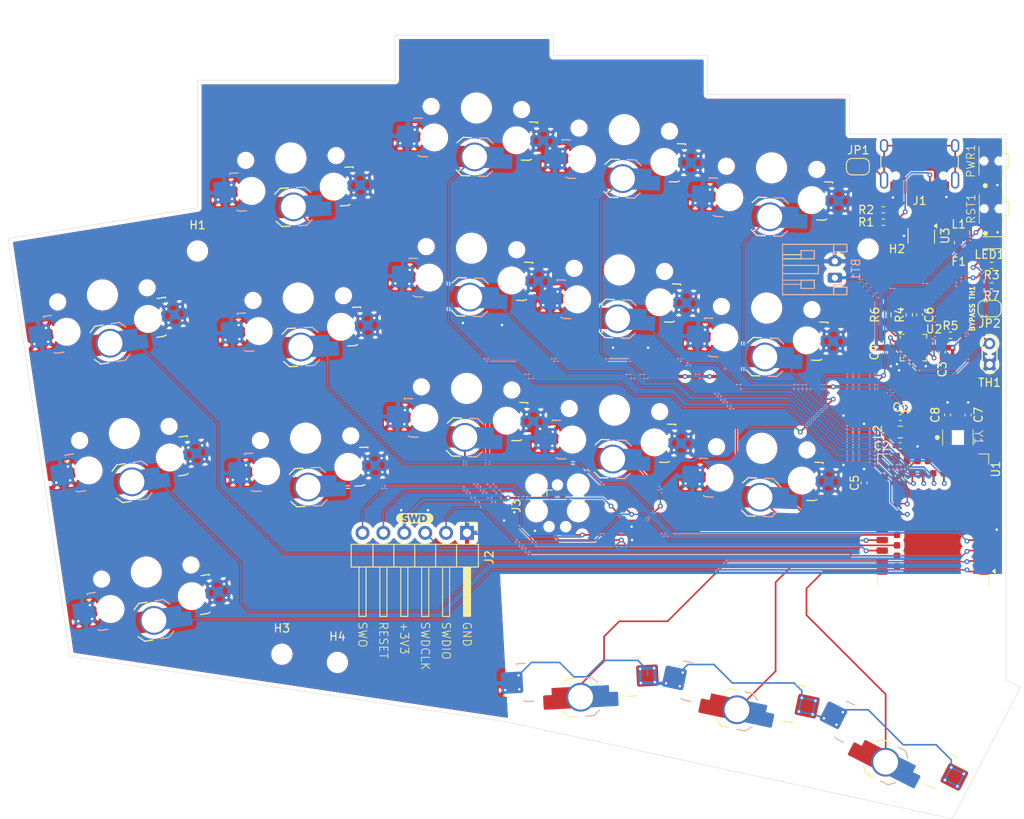
<source format=kicad_pcb>
(kicad_pcb (version 20241229) (generator "pcbnew") (generator_version "9.0")
  (layers (0 "F.Cu" signal) (2 "B.Cu" signal) (13 "F.Paste" user) (15 "B.Paste" user) (5 "F.SilkS" user "F.Silkscreen") (7 "B.SilkS" user "B.Silkscreen") (1 "F.Mask" user) (3 "B.Mask" user) (25 "Edge.Cuts" user))
  (net 0 "")
  (net 1 "+BATT")
  (net 2 "GND")
  (net 3 "+3V3")
  (net 4 "+VSW")
  (net 5 "+5V")
  (net 6 "Net-(J1-CC1)")
  (net 7 "USB-Din+")
  (net 8 "Net-(J1-SHIELD)")
  (net 9 "Net-(J1-CC2)")
  (net 10 "USB-Din-")
  (net 11 "SWDCLK")
  (net 12 "RESET")
  (net 13 "SWDIO")
  (net 14 "SWO")
  (net 15 "TEMP")
  (net 16 "POWER")
  (net 17 "/TMR")
  (net 18 "/ILIM")
  (net 19 "/ISET")
  (net 20 "Switch1")
  (net 21 "Switch2")
  (net 22 "Switch3")
  (net 23 "Switch4")
  (net 24 "Switch5")
  (net 25 "Switch6")
  (net 26 "Switch7")
  (net 27 "Switch8")
  (net 28 "Switch9")
  (net 29 "Switch10")
  (net 30 "Switch11")
  (net 31 "Switch12")
  (net 32 "Switch13")
  (net 33 "Switch14")
  (net 34 "Switch15")
  (net 35 "Switch16")
  (net 36 "Switch17")
  (net 37 "Switch18")
  (net 41 "USB-D-")
  (net 45 "USB-D+")
  (net 48 "/LFXO_CLK")
  (net 49 "/LFXO_RET")
  (net 50 "/Bypass")
  (net 51 "/DCCH")
  (net 52 "/VBUS_FLT")
  (net 53 "/VBUS")
  (net 56 "/LED_CHG")
  (net 57 "/CHG")
  (footprint "Inductor_SMD:L_0805_2012Metric_Pad1.15x1.40mm_HandSolder" (layer "F.Cu") (at 124.9 73.5 180)
    (property "Reference" "L2")
    (property "Value" "10u")
  )
  (footprint "PCM_marbastlib-various:nRF52840_E73-2G4M08S1C" (layer "F.Cu") (at 128.9 85.415 180)
    (property "Reference" "U1")
    (property "Value" "E73-2G4M08S1C" (hide yes))
  )
  (footprint "Connector:Tag-Connect_TC2030-IDC-FP_2x03_P1.27mm_Vertical" (layer "F.Cu") (at 83.234 82.46 -90)
    (property "Reference" "J3")
    (property "Value" "TC2030")
  )
  (footprint "kibuzzard-686125E5" (layer "F.Cu") (at 65.9 83.985)
    (property "Reference" "kibuzzard-686125E5" (hide yes))
    (property "Value" "G***" (hide yes))
  )
  (footprint "Resistor_SMD:R_0402_1005Metric_Pad0.72x0.64mm_HandSolder" (layer "F.Cu") (at 122.8475 48 180)
    (property "Reference" "R1")
    (property "Value" "5k1")
  )
  (footprint "Woagboard_Footprints:Choc-V1-HS-Reversible" (layer "F.Cu") (at 52.634611 74.247122 3)
    (property "Reference" "SW12" (hide yes))
    (property "Value" "SW_Push_45deg" (hide yes))
  )
  (footprint "Package_DFN_QFN:VQFN-16-1EP_3x3mm_P0.5mm_EP1.6x1.6mm" (layer "F.Cu") (at 126.5025 63.24)
    (property "Reference" "U2")
    (property "Value" "BQ24075RGT")
  )
  (footprint "MountingHole:MountingHole_2.2mm_M2" (layer "F.Cu") (at 121 51.25)
    (property "Reference" "H2")
    (property "Value" "MountingHole")
  )
  (footprint "Capacitor_SMD:C_0402_1005Metric_Pad0.74x0.62mm_HandSolder" (layer "F.Cu") (at 127.25 59.25 -90)
    (property "Reference" "C6")
    (property "Value" "1u")
  )
  (footprint "Woagboard_Footprints:Choc-V1-HS-Reversible" (layer "F.Cu") (at 90.763937 53.795085 -2)
    (property "Reference" "SW9" (hide yes))
    (property "Value" "SW_Push_45deg" (hide yes))
  )
  (footprint "TestPoint:TestPoint_2Pads_Pitch2.54mm_Drill0.8mm" (layer "F.Cu") (at 135.75 62.75 -90)
    (property "Reference" "TH1")
    (property "Value" "10k Thermistor")
  )
  (footprint "Capacitor_SMD:C_0402_1005Metric_Pad0.74x0.62mm_HandSolder" (layer "F.Cu") (at 120.5 79.6825 90)
    (property "Reference" "C5")
    (property "Value" "4u7")
  )
  (footprint "Capacitor_SMD:C_0402_1005Metric_Pad0.74x0.62mm_HandSolder" (layer "F.Cu") (at 123 63.8175 -90)
    (property "Reference" "C4")
    (property "Value" "4u7")
  )
  (footprint "Package_TO_SOT_SMD:SOT-23-6_Handsoldering" (layer "F.Cu") (at 127.45 49.65 -90)
    (property "Reference" "U3")
    (property "Value" "USBLC6-2")
  )
  (footprint "Woagboard_Footprints:Choc-V1-HS-Reversible" (layer "F.Cu") (at 27.947031 56.833599 9)
    (property "Reference" "SW1" (hide yes))
    (property "Value" "SW_Push_45deg" (hide yes))
  )
  (footprint "Resistor_SMD:R_0402_1005Metric_Pad0.72x0.64mm_HandSolder" (layer "F.Cu") (at 126 59.25 90)
    (property "Reference" "R4")
    (property "Value" "47k")
  )
  (footprint "Fuse:Fuse_0603_1608Metric" (layer "F.Cu") (at 132 50.5 -90)
    (property "Reference" "F1")
    (property "Value" "750 mA")
  )
  (footprint "Woagboard_Footprints:EVQ-P7C01P" (layer "F.Cu") (at 136 46.362994 90)
    (property "Reference" "RST1")
    (property "Value" "EVQ-P7C01P")
  )
  (footprint "Woagboard_Footprints:Choc-V1-HS-Reversible" (layer "F.Cu") (at 85.746741 99.783265 3)
    (property "Reference" "SW16" (hide yes))
    (property "Value" "SW_Push_45deg" (hide yes))
  )
  (footprint "Capacitor_SMD:C_0402_1005Metric_Pad0.74x0.62mm_HandSolder" (layer "F.Cu") (at 130.65 71.415 -90)
    (property "Reference" "C8")
    (property "Value" "18p")
  )
  (footprint "LED_SMD:LED_0603_1608Metric_Pad1.05x0.95mm_HandSolder" (layer "F.Cu") (at 135.75 50.5 180)
    (property "Reference" "LED1")
    (property "Value" "green")
  )
  (footprint "Woagboard_Footprints:Choc-V1-HS-Reversible" (layer "F.Cu") (at 73.389873 34.120766 -2)
    (property "Reference" "SW3" (hide yes))
    (property "Value" "SW_Push_45deg" (hide yes))
  )
  (footprint "Jumper:SolderJumper-2_P1.3mm_Open_RoundedPad1.0x1.5mm" (layer "F.Cu") (at 135.75 58.5 180)
    (property "Reference" "JP2")
    (property "Value" "TS-Bypass")
  )
  (footprint "Resistor_SMD:R_0402_1005Metric_Pad0.72x0.64mm_HandSolder" (layer "F.Cu") (at 136 55.75 180)
    (property "Reference" "R7")
    (property "Value" "10k")
  )
  (footprint "Woagboard_Footprints:Choc-V1-HS-Reversible" (layer "F.Cu") (at 50.850242 40.193856 3)
    (property "Reference" "SW2" (hide yes))
    (property "Value" "SW_Push_45deg" (hide yes))
  )
  (footprint "Woagboard_Footprints:Choc-V1-HS-Reversible" (layer "F.Cu") (at 51.742418 57.220498 3)
    (property "Reference" "SW7" (hide yes))
    (property "Value" "SW_Push_45deg" (hide yes))
  )
  (footprint "Woagboard_Footprints:Choc-V1-HS-Reversible" (layer "F.Cu") (at 33.280571 90.51376 9)
    (property "Reference" "SW11" (hide yes))
    (property "Value" "SW_Push_45deg" (hide yes))
  )
  (footprint "Woagboard_Footprints:Q13FC13500004" (layer "F.Cu") (at 131.9 74.165)
    (property "Reference" "Y1")
    (property "Value" "32.768kHz")
  )
  (footprint "Inductor_SMD:L_0402_1005Metric" (layer "F.Cu") (at 132 46.485 -90)
    (property "Reference" "L1")
    (property "Value" "BLM15PX121SN1D")
  )
  (footprint "Woagboard_Footprints:Choc-V1-HS-Reversible" (layer "F.Cu") (at 109.257894 41.394824 -2)
    (property "Reference" "SW5" (hide yes))
    (property "Value" "SW_Push_45deg" (hide yes))
  )
  (footprint "Woagboard_Footprints:Choc-V1-HS-Reversible" (layer "F.Cu") (at 106.297622 101.426067 -12)
    (property "Reference" "SW17" (hide yes))
    (property "Value" "SW_Push_45deg" (hide yes))
  )
  (footprint "Capacitor_SMD:C_0402_1005Metric_Pad0.74x0.62mm_HandSolder" (layer "F.Cu") (at 130 63.8175 90)
    (property "Reference" "C3")
    (property "Value" "4u7")
  )
  (footprint "MountingHole:MountingHole_2.2mm_M2" (layer "F.Cu") (at 56.5 101.5)
    (property "Reference" "H4")
    (property "Value" "MountingHole")
  )
  (footprint "Woagboard_Footprints:Choc-V1-HS-Reversible" (layer "F.Cu") (at 72.199999 68.199999 -2)
    (property "Reference" "SW13" (hide yes))
    (property "Value" "SW_Push_45deg" (hide yes))
  )
  (footprint "MountingHole:MountingHole_2.2mm_M2" (layer "F.Cu") (at 39.5 51.5)
    (property "Reference" "H1")
    (property "Value" "MountingHole")
  )
  (footprint "MountingHole:MountingHole_2.2mm_M2" (layer "F.Cu") (at 49.75 100.5)
    (property "Reference" "H3")
    (property "Value" "MountingHole")
  )
  (footprint "Resistor_SMD:R_0402_1005Metric_Pad0.72x0.64mm_HandSolder" (layer "F.Cu") (at 131 61.75)
    (property "Reference" "R5")
    (property "Value" "1k5")
  )
  (footprint "Connector_PinHeader_2.54mm:PinHeader_1x06_P2.54mm_Horizontal" (layer "F.Cu") (at 72.25 85.75 -90)
    (property "Reference" "J2")
    (property "Value" "SWD")
  )
  (footprint "Resistor_SMD:R_0402_1005Metric_Pad0.72x0.64mm_HandSolder" (layer "F.Cu") (at 122.8475 46.5)
    (property "Reference" "R2")
    (property "Value" "5k1")
  )
  (footprint "Capacitor_SMD:C_0402_1005Metric_Pad0.74x0.62mm_HandSolder" (layer "F.Cu") (at 124.9 75.165)
    (property "Reference" "C2")
    (property "Value" "4u7")
  )
  (footprint "Woagboard_Footprints:Choc-V1-HS-Reversible" (layer "F.Cu") (at 91.358883 36.755468 -2)
    (property "Reference" "SW4" (hide yes))
    (property "Value" "SW_Push_45deg" (hide yes))
  )
  (footprint "Capacitor_SMD:C_0402_1005Metric_Pad0.74x0.62mm_HandSolder" (layer "F.Cu") (at 124.9 71.75 180)
    (property "Reference" "C1")
    (property "Value" "1u")
  )
  (footprint "Jumper:SolderJumper-2_P1.3mm_Bridged_RoundedPad1.0x1.5mm" (layer "F.Cu") (at 119.75 41.25)
    (property "Reference" "JP1")
    (property "Value" "Shield")
  )
  (footprint "Woagboard_Footprints:Choc-V1-HS-Reversible" (layer "F.Cu") (at 90.169009 70.834701 -2)
    (property "Reference" "SW14" (hide yes))
    (property "Value" "SW_Push_45deg" (hide yes))
  )
  (footprint "Woagboard_Footprints:Choc-V1-HS-Reversible" (layer "F.Cu") (at 72.794927 51.160382 -2)
    (property "Reference" "SW8" (hide yes))
    (property "Value" "SW_Push_45deg" (hide yes))
  )
  (footprint "Woagboard_Footprints:EVQ-P7C01P" (layer "F.Cu") (at 135.975 40.562994 90)
    (property "Reference" "PWR1")
    (property "Value" "EVQ-P7C01P")
  )
  (footprint "PCM_marbastlib-various:USB_C_Receptacle_HRO_TYPE-C-31-M-12" (layer "F.Cu") (at 127.25 39.75 180)
    (property "Reference" "J1")
    (property "Value" "TYPE-C-31-M-12")
  )
  (footprint "Resistor_SMD:R_0603_1608Metric_Pad0.98x0.95mm_HandSolder" (layer "F.Cu") (at 123.25 59.25 90)
    (property "Reference" "R6")
    (property "Value" "3k9")
  )
  (footprint "Woagboard_Footprints:Choc-V1-HS-Reversible" (layer "F.Cu") (at 30.61381 73.67368 9)
    (property "Reference" "SW6" (hide yes))
    (property "Value" "SW_Push_45deg" (hide yes))
  )
  (footprint "Woagboard_Footprints:Choc-V1-HS-Reversible" (layer "F.Cu") (at 108.662966 58.434441 -2)
    (property "Reference" "SW10" (hide yes))
    (property "Value" "SW_Push_45deg" (hide yes))
  )
  (footprint "Woagboard_Footprints:Choc-V1-HS-Reversible" (layer "F.Cu") (at 125.823914 108.321718 -27)
    (property "Reference" "SW18" (hide yes))
    (property "Value" "SW_Push_45deg" (hide yes))
  )
  (footprint "Woagboard_Footprints:Choc-V1-HS-Reversible" (layer "F.Cu") (at 108.06802 75.474057 -2)
    (property "Reference" "SW15" (hide yes))
    (property "Value" "SW_Push_45deg" (hide yes))
  )
  (footprint "Capacitor_SMD:C_0402_1005Metric_Pad0.74x0.62mm_HandSolder" (layer "F.Cu") (at 133.15 71.415 90)
    (property "Reference" "C7")
    (property "Value" "18p")
  )
  (footprint "Resistor_SMD:R_0402_1005Metric_Pad0.72x0.64mm_HandSolder" (layer "F.Cu") (at 136 53.25 180)
    (property "Reference" "R3")
    (property "Value" "1k5")
  )
  (footprint "Connector_JST:JST_PH_S2B-PH-K_1x02_P2.00mm_Horizontal" (layer "B.Cu") (at 116.95 54.75 90)
    (property "Reference" "BT1")
    (property "Value" "Battery_Cell")
  )
  (gr_curve (pts (xy 115.65 108.3) (xy 115 107.95) (xy 114.2 107.8) (xy 114.2 107.8)) (stroke (width 0.2)) (layer "F.Cu") (net 2))
  (gr_poly (pts (xy 127.65 63) (xy 127.65 63.5) (xy 131.5 63.5) (xy 131.5 63)) (stroke (width 0.2)) (fill yes) (layer "F.Cu") (net 4))
  (gr_line (start 117.15 109.05) (end 115.65 108.3) (stroke (width 0.2)) (layer "F.Cu") (net 2))
  (gr_rect (start 120.25 80) (end 123.25 80.5) (stroke (width 0.2)) (fill yes) (layer "F.Cu") (net 5))
  (gr_poly (pts (xy 121.55 63) (xy 121.55 63.5) (xy 125.4 63.5) (xy 125.4 63)) (stroke (width 0.2)) (fill yes) (layer "F.Cu") (net 1))
  (gr_line (start 96.45 104.05) (end 98.1 104.4) (stroke (width 0.2)) (layer "F.Cu") (net 2))
  (gr_line (start 98.1 104.4) (end 98.45 102.7) (stroke (width 0.2)) (layer "F.Cu") (net 2))
  (gr_line (start 117.9 107.55) (end 117.15 109.05) (stroke (width 0.2)) (layer "F.Cu") (net 2))
  (gr_line (start 130.3 115.75) (end 131.1 114.25) (stroke (width 0.2)) (layer "B.Cu") (net 2))
  (gr_line (start 132.65 115.05) (end 131.85 116.55) (stroke (width 0.2)) (layer "B.Cu") (net 2))
  (gr_curve (pts (xy 115.65 108.3) (xy 115 108) (xy 114.3 107.8) (xy 114.25 107.8)) (stroke (width 0.2)) (layer "B.Cu") (net 2))
  (gr_line (start 114.25 107.8) (end 112.55 107.45) (stroke (width 0.2)) (layer "B.Cu") (net 2))
  (gr_line (start 131.1 114.25) (end 132.65 115.05) (stroke (width 0.2)) (layer "B.Cu") (net 2))
  (gr_line (start 114.6 106.15) (end 114.25 107.8) (stroke (width 0.2)) (layer "B.Cu") (net 2))
  (gr_line (start 112.9 105.8) (end 114.6 106.15) (stroke (width 0.2)) (layer "B.Cu") (net 2))
  (gr_line (start 131.85 116.55) (end 130.3 115.75) (stroke (width 0.2)) (layer "B.Cu") (net 2))
  (gr_line (start 112.55 107.45) (end 112.9 105.8) (stroke (width 0.2)) (layer "B.Cu") (net 2))
  (gr_line (start 101.5 28.25) (end 101.5 27.75) (stroke (width 0.05)) (layer "Edge.Cuts"))
  (gr_line (start 82.75 25.25) (end 63.5 25.25) (stroke (width 0.05)) (layer "Edge.Cuts"))
  (gr_line (start 131.25 120.5) (end 139.5 104.5) (stroke (width 0.05)) (layer "Edge.Cuts"))
  (gr_line (start 118.75 37.3) (end 118.75 32.5) (stroke (width 0.05)) (layer "Edge.Cuts"))
  (gr_line (start 82.75 27.75) (end 82.75 25.25) (stroke (width 0.05)) (layer "Edge.Cuts"))
  (gr_line (start 39.5 46.25) (end 16.5 50) (stroke (width 0.05)) (layer "Edge.Cuts"))
  (gr_line (start 16.5 50) (end 24 100.75) (stroke (width 0.05)) (layer "Edge.Cuts"))
  (gr_line (start 39.5 30.75) (end 39.5 46.25) (stroke (width 0.05)) (layer "Edge.Cuts"))
  (gr_line (start 118.75 32.5) (end 101.5 32.5) (stroke (width 0.05)) (layer "Edge.Cuts"))
  (gr_line (start 63.5 25.25) (end 63.5 30.75) (stroke (width 0.05)) (layer "Edge.Cuts"))
  (gr_line (start 137.75 103.6) (end 139.5 104.5) (stroke (width 0.05)) (layer "Edge.Cuts"))
  (gr_line (start 77.25 108.75) (end 131.25 120.5) (stroke (width 0.05)) (layer "Edge.Cuts"))
  (gr_line (start 101.5 27.75) (end 82.75 27.75) (stroke (width 0.05)) (layer "Edge.Cuts"))
  (gr_line (start 101.5 32.5) (end 101.5 28.25) (stroke (width 0.05)) (layer "Edge.Cuts"))
  (gr_line (start 137.75 103.6) (end 137.75 37.3) (stroke (width 0.05)) (layer "Edge.Cuts"))
  (gr_line (start 63.5 30.75) (end 39.5 30.75) (stroke (width 0.05)) (layer "Edge.Cuts"))
  (gr_line (start 137.75 37.3) (end 118.75 37.3) (stroke (width 0.05)) (layer "Edge.Cuts"))
  (gr_line (start 24 100.75) (end 77.25 108.75) (stroke (width 0.05)) (layer "Edge.Cuts"))
  (gr_text "BYPASS TH1" (at 134 58.5 90) (layer "F.SilkS") (effects (font (size 0.6 0.6) (thickness 0.15) (bold yes)) (justify bottom)))
  (gr_text "+3V3" (at 64.63 96.485 270) (layer "F.SilkS") (effects (font (size 1 1) (thickness 0.1)) (justify left)))
  (gr_text "GND" (at 72.25 96.485 270) (layer "F.SilkS") (effects (font (size 1 1) (thickness 0.1)) (justify left)))
  (gr_text "SWDCLK" (at 67.17 96.485 270) (layer "F.SilkS") (effects (font (size 1 1) (thickness 0.1)) (justify left)))
  (gr_text "RESET" (at 62.09 96.485 270) (layer "F.SilkS") (effects (font (size 1 1) (thickness 0.1)) (justify left)))
  (gr_text "SWDIO" (at 69.71 96.485 270) (layer "F.SilkS") (effects (font (size 1 1) (thickness 0.1)) (justify left)))
  (gr_text "SWO" (at 59.55 96.485 270) (layer "F.SilkS") (effects (font (size 1 1) (thickness 0.1)) (justify left)))
  (via (at 122 63.25) (size 0.7) (drill 0.3) (layers "F.Cu" "B.Cu") (net 1))
  (segment (start 119.75 54.75) (end 116.95 54.75) (width 0.4) (layer "B.Cu") (net 1))
  (segment (start 122 57) (end 119.75 54.75) (width 0.4) (layer "B.Cu") (net 1))
  (segment (start 122 63.25) (end 122 57) (width 0.4) (layer "B.Cu") (net 1))
  (segment (start 127.2525 63.99) (end 127.2525 64.6775) (width 0.2) (layer "F.Cu") (net 2))
  (segment (start 124.3325 70.75) (end 124.3325 71.75) (width 0.8) (layer "F.Cu") (net 2))
  (segment (start 126.5025 63.24) (end 126.2525 62.99) (width 0.2) (layer "F.Cu") (net 2))
  (segment (start 124 64.75) (end 124.5 65.25) (width 0.2) (layer "F.Cu") (net 2))
  (segment (start 125.41005 66) (end 125.7525 65.65755) (width 0.2) (layer "F.Cu") (net 2))
  (segment (start 120.5 79.115) (end 120.5 78) (width 0.6) (layer "F.Cu") (net 2))
  (segment (start 124.75 66) (end 125.41005 66) (width 0.2) (layer "F.Cu") (net 2))
  (segment (start 127.25 58.6825) (end 128.1825 58.6825) (width 0.6) (layer "F.Cu") (net 2))
  (segment (start 128 65.5) (end 129.5 65.5) (width 0.2) (layer "F.Cu") (net 2))
  (segment (start 136.7 44.537994) (end 136.725 44.562994) (width 0.2) (layer "F.Cu") (net 2))
  (segment (start 124.395 63.99) (end 124 64.385) (width 0.2) (layer "F.Cu") (net 2))
  (segment (start 126.915 75.165) (end 127 75.25) (width 0.2) (layer "F.Cu") (net 2))
  (segment (start 135 54.75) (end 134.25 55.5) (width 0.2) (layer "F.Cu") (net 2))
  (segment (start 126.99 76.715) (end 126.99 76.755824) (width 0.2) (layer "F.Cu") (net 2))
  (segment (start 136.7 38.762994) (end 136 39.462994) (width 0.2) (layer "F.Cu") (net 2))
  (segment (start 126.025 58.65) (end 126.0025 58.65) (width 0.6) (layer "F.Cu") (net 2))
  (segment (start 113.58278 106.451052) (end 113.58278 106.808352) (width 0.2) (layer "F.Cu") (net 2))
  (segment (start 78.597628 104.764247) (end 76.988929 104.764247) (width 0.4) (layer "F.Cu") (net 2))
  (segment (start 136 41.662994) (end 136.7 42.362994) (width 0.2) (layer "F.Cu") (net 2))
  (segment (start 130.65 70.8475) (end 130.65 69.9) (width 0.6) (layer "F.Cu") (net 2))
  (segment (start 125.230824 78.515) (end 125.09 78.515) (width 0.2) (layer "F.Cu") (net 2))
  (segment (start 123 64.75) (end 123 64.385) (width 0.2) (layer "F.Cu") (net 2))
  (segment (start 123 64.385) (end 124 64.385) (width 0.2) (layer "F.Cu") (net 2))
  (segment (start 127.2525 64.7525) (end 128 65.5) (width 0.2) (layer "F.Cu") (net 2))
  (segment (start 130 65) (end 129.75 65.25) (width 0.2) (layer "F.Cu") (net 2))
  (segment (start 126.2525 61.8025) (end 126.2525 61.2525) (width 0.2) (layer "F.Cu") (net 2))
  (segment (start 136.7 42.362994) (end 136.7 43.5) (width 0.6) (layer "F.Cu") (net 2))
  (segment (start 136.7 43.5) (end 136.7 44.537994) (width 0.6) (layer "F.Cu") (net 2))
  (segment (start 125.065 63.99) (end 124.395 63.99) (width 0.2) (layer "F.Cu") (net 2))
  (segment (start 127.45 49.451348) (end 127.45 48.3) (width 0.2) (layer "F.Cu") (net 2))
  (segment (start 126.5025 63.24) (end 127.2525 63.99) (width 0.2) (layer "F.Cu") (net 2))
  (segment (start 125.7525 63.99) (end 125.065 63.99) (width 0.2) (layer "F.Cu") (net 2))
  (segment (start 126.2525 62.99) (end 126.2525 61.8025) (width 0.2) (layer "F.Cu") (net 2))
  (segment (start 78.508657 103.066577) (end 78.508657 104.675276) (width 0.4) (layer "F.Cu") (net 2))
  (segment (start 136 47.437994) (end 136.725 48.162994) (width 0.2) (layer "F.Cu") (net 2))
  (segment (start 125.35 49.65) (end 127.251348 49.65) (width 0.2) (layer "F.Cu") (net 2))
  (segment (start 124 64.385) (end 124 64.75) (width 0.2) (layer "F.Cu") (net 2))
  (segment (start 113.766916 106.266916) (end 113.58278 106.451052) (width 0.2) (layer "F.Cu") (net 2))
  (segment (start 126.99 76.755824) (end 125.230824 78.515) (width 0.2) (layer "F.Cu") (net 2))
  (segment (start 129.75 65.25) (end 129.5 65.5) (width 0.2) (layer "F.Cu") (net 2))
  (segment (start 135.1 85.365) (end 136.615 85.365) (width 0.8) (layer "F.Cu") (net 2))
  (segment (start 126.99 75.26) (end 127 75.25) (width 0.2) (layer "F.Cu") (net 2))
  (segment (start 125.7525 65.65755) (end 125.7525 64.6775) (width 0.2) (layer "F.Cu") (net 2))
  (segment (start 136 39.462994) (end 136 41.662994) (width 0.2) (layer "F.Cu") (net 2))
  (segment (start 124 43.795) (end 124 45) (width 0.6) (layer "F.Cu") (net 2))
  (segment (start 82.599 83.73) (end 82.27 83.73) (width 0.2) (layer "F.Cu") (net 2))
  (segment (start 124.75 58.95) (end 125.05 58.65) (width 0.2) (layer "F.Cu") (net 2))
  (segment (start 127.251348 49.65) (end 127.45 49.451348) (width 0.2) (layer "F.Cu") (net 2))
  (segment (start 126 58.65) (end 125.0675 58.65) (width 0.6) (layer "F.Cu") (net 2))
  (segment (start 126.99 76.715) (end 126.99 75.26) (width 0.8) (layer "F.Cu") (net 2))
  (segment (start 127.2525 64.6775) (end 127.2525 64.7525) (width 0.2) (layer "F.Cu") (net 2))
  (segment (start 134.25 55.5) (end 134.25 55.75) (width 0.2) (layer "F.Cu") (net 2))
  (segment (start 136 45.287994) (end 136 47.437994) (width 0.2) (layer "F.Cu") (net 2))
  (segment (start 136.725 44.562994) (end 136 45.287994) (width 0.2) (layer "F.Cu") (net 2))
  (segment (start 136.725 49.225) (end 136.725 48.162994) (width 0.6) (layer "F.Cu") (net 2))
  (segment (start 82.27 83.73) (end 81.5 84.5) (width 0.2) (layer "F.Cu") (net 2))
  (segment (start 76.988929 104.764247) (end 76.899958 104.853218) (width 0.4) (layer "F.Cu") (net 2))
  (segment (start 130.5 43.795) (end 130.5 44.939338) (width 0.6) (layer "F.Cu") (net 2))
  (segment (start 125.4675 75.165) (end 126.915 75.165) (width 0.6) (layer "F.Cu") (net 2))
  (segment (start 123.75 65.5) (end 123 64.75) (width 0.2) (layer "F.Cu") (net 2))
  (segment (start 133.15 70.8475) (end 133.15 69.9) (width 0.6) (layer "F.Cu") (net 2))
  (segment (start 126.2525 61.2525) (end 124.75 59.75) (width 0.2) (layer "F.Cu") (net 2))
  (segment (start 126.0025 58.65) (end 126 58.6525) (width 0.6) (layer "F.Cu") (net 2))
  (segment (start 124.75 59.75) (end 124.75 58.95) (width 0.2) (layer "F.Cu") (net 2))
  (segment (start 126.5025 63.24) (end 125.7525 63.99) (width 0.2) (layer "F.Cu") (net 2))
  (segment (start 125.7525 63.99) (end 125.7525 64.6775) (width 0.2) (layer "F.Cu") (net 2))
  (segment (start 78.508657 104.675276) (end 78.597628 104.764247) (width 0.4) (layer "F.Cu") (net 2))
  (segment (start 130 64.385) (end 130 65) (width 0.2) (layer "F.Cu") (net 2))
  (via (at 125.05 58.65) (size 0.6) (drill 0.3) (layers "F.Cu" "B.Cu") (net 2))
  (via (at 92.25 85) (size 0.6) (drill 0.3) (layers "F.Cu" "B.Cu") (net 2))
  (via (at 129.5 65.5) (size 0.6) (drill 0.3) (layers "F.Cu" "B.Cu") (net 2))
  (via (at 92.3 86.625) (size 0.6) (drill 0.3) (layers "F.Cu" "B.Cu") (net 2))
  (via (at 128.1825 58.6825) (size 0.6) (drill 0.3) (layers "F.Cu" "B.Cu") (net 2))
  (via (at 118 77.5) (size 0.6) (drill 0.3) (layers "F.Cu" "B.Cu") (net 2))
  (via (at 78 83.25) (size 0.6) (drill 0.3) (layers "F.Cu" "B.Cu") (net 2))
  (via (at 124.75 66) (size 0.6) (drill 0.3) (layers "F.Cu" "B.Cu") (net 2))
  (via (at 67.5 83) (size 0.6) (drill 0.3) (layers "F.Cu" "B.Cu") (net 2))
  (via (at 130.65 69.9) (size 0.6) (drill 0.3) (layers "F.Cu" "B.Cu") (net 2))
  (via (at 76.5 60.5) (size 0.6) (drill 0.3) (layers "F.Cu" "B.Cu") (net 2))
  (via (at 124 45) (size 0.6) (drill 0.3) (layers "F.Cu" "B.Cu") (net 2))
  (via (at 120.5 72.5) (size 0.6) (drill 0.3) (layers "F.Cu" "B.Cu") (net 2))
  (via (at 136.615 85.365) (size 0.6) (drill 0.3) (layers "F.Cu" "B.Cu") (net 2))
  (via (at 124.3325 70.75) (size 0.6) (drill 0.3) (layers "F.Cu" "B.Cu") (net 2))
  (via (at 123.75 65.5) (size 0.6) (drill 0.3) (layers "F.Cu" "B.Cu") (net 2))
  (via (at 118 71.5) (size 0.6) (drill 0.3) (layers "F.Cu" "B.Cu") (net 2))
  (via (at 80.5 85.5) (size 0.6) (drill 0.3) (layers "F.Cu" "B.Cu") (net 2))
  (via (at 136.7 43.5) (size 0.6) (drill 0.3) (layers "F.Cu" "B.Cu") (net 2))
  (via (at 120.5 78) (size 0.6) (drill 0.3) (layers "F.Cu" "B.Cu") (net 2))
  (via (at 125.35 49.65) (size 0.6) (drill 0.3) (layers "F.Cu" "B.Cu") (net 2))
  (via (at 136.725 49.225) (size 0.6) (drill 0.3) (layers "F.Cu" "B.Cu") (net 2))
  (via (at 71.75 60.25) (size 0.6) (drill 0.3) (layers "F.Cu" "B.Cu") (net 2))
  (via (at 124.5 65.25) (size 0.6) (drill 0.3) (layers "F.Cu" "B.Cu") (net 2))
  (via (at 64.25 83) (size 0.6) (drill 0.3) (layers "F.Cu" "B.Cu") (net 2))
  (via (at 128 65.5) (size 0.6) (drill 0.3) (layers "F.Cu" "B.Cu") (net 2))
  (via (at 127 75.25) (size 0.6) (drill 0.3) (layers "F.Cu" "B.Cu") (net 2))
  (via (at 120.5 78) (size 0.6) (drill 0.3) (layers "F.Cu" "B.Cu") (net 2))
  (via (at 94.25 63.25) (size 0.6) (drill 0.3) (layers "F.Cu" "B.Cu") (net 2))
  (via (at 90 63.25) (size 0.6) (drill 0.3) (layers "F.Cu" "B.Cu") (net 2))
  (via (at 130.5 44.939338) (size 0.6) (drill 0.3) (layers "F.Cu" "B.Cu") (net 2))
  (via (at 76.75 84.25) (size 0.6) (drill 0.3) (layers "F.Cu" "B.Cu") (net 2))
  (via (at 133.15 69.9) (size 0.6) (drill 0.3) (layers "F.Cu" "B.Cu") (net 2))
  (segment (start 93 101.25) (end 88.788818 101.25) (width 0.2) (layer "B.Cu") (net 2))
  (segment (start 94.986044 103.989675) (end 95.075015 103.900704) (width 0.4) (layer "B.Cu") (net 2))
  (segment (start 93.377345 103.989675) (end 94.986044 103.989675) (width 0.4) (layer "B.Cu") (net 2))
  (segment (start 112.93297 104.93297) (end 112 104) (width 0.2) (layer "B.Cu") (net 2))
  (segment (start 96.440085 104.03355) (end 95.207861 104.03355) (width 0.4) (layer "B.Cu") (net 2))
  (segment (start 88.788818 101.25) (end 86.788818 103.25) (width 0.2) (layer "B.Cu") (net 2))
  (segment (start 117.444942 107.25) (end 116.775101 107.919841) (width 0.2) (layer "B.Cu") (net 2))
  (segment (start 112 104) (end 104.5 104) (width 0.2) (layer "B.Cu") (net 2))
  (segment (start 129.25 111.5) (end 125.25 111.5) (width 0.2) (layer "B.Cu") (net 2))
  (segment (start 131.10079 113.35079) (end 129.25 111.5) (width 0.2) (layer "B.Cu") (net 2))
  (segment (start 95.207861 104.03355) (end 95.075015 103.900704) (width 0.4) (layer "B.Cu") (net 2))
  (segment (start 86.788818 103.25) (end 85.25 103.25) (width 0.2) (layer "B.Cu") (net 2))
  (segment (start 95.075015 102.292004) (end 94.986044 102.203033) (width 0.4) (layer "B.Cu") (net 2))
  (segment (start 112.93297 105.801242) (end 112.93297 104.93297) (width 0.2) (layer "B.Cu") (net 2))
  (segment (start 85.25 103.25) (end 83.5 101.5) (width 0.2) (layer "B.Cu") (net 2))
  (segment (start 93.288374 102.292005) (end 93.288374 103.900704) (width 0.4) (layer "B.Cu") (net 2))
  (segment (start 121 107.25) (end 117.444942 107.25) (width 0.2) (layer "B.Cu") (net 2))
  (segment (start 104.5 104) (end 102.25 101.75) (width 0.2) (layer "B.Cu") (net 2))
  (segment (start 93.288374 103.900704) (end 93.377345 103.989675) (width 0.4) (layer "B.Cu") (net 2))
  (segment (start 125.25 111.5) (end 121 107.25) (width 0.2) (layer "B.Cu") (net 2))
  (segment (start 80.075234 101.5) (end 78.508657 103.066577) (width 0.2) (layer "B.Cu") (net 2))
  (segment (start 83.5 101.5) (end 80.075234 101.5) (width 0.2) (layer "B.Cu") (net 2))
  (segment (start 94.986044 102.203033) (end 93.377346 102.203033) (width 0.4) (layer "B.Cu") (net 2))
  (segment (start 93.377346 102.203033) (end 93.288374 102.292005) (width 0.4) (layer "B.Cu") (net 2))
  (segment (start 95.075015 103.900704) (end 95.075015 102.292004) (width 0.4) (layer "B.Cu") (net 2))
  (segment (start 131.10079 114.265167) (end 131.10079 113.35079) (width 0.2) (layer "B.Cu") (net 2))
  (segment (start 99.083015 101.75) (end 97.453126 103.379889) (width 0.2) (layer "B.Cu") (net 2))
  (segment (start 94.176701 102.426701) (end 93 101.25) (width 0.2) (layer "B.Cu") (net 2))
  (segment (start 94.176701 103.096616) (end 94.176701 102.426701) (width 0.2) (layer "B.Cu") (net 2))
  (segment (start 102.25 101.75) (end 99.083015 101.75) (width 0.2) (layer "B.Cu") (net 2))
  (segment (start 76.75 81.5) (end 77.25 81.5) (width 0.4) (layer "F.Cu") (net 3))
  (segment (start 128.26 76.715) (end 128.26 74.51) (width 0.8) (layer "F.Cu") (net 3))
  (segment (start 77.25 81.5) (end 82.289 81.5) (width 0.25) (layer "F.Cu") (net 3))
  (segment (start 101.75 66.75) (end 102.75 66.75) (width 0.4) (layer "F.Cu") (net 3))
  (segment (start 82.599 81.19) (end 82.289 81.5) (width 0.4) (layer "F.Cu") (net 3))
  (segment (start 104 68) (end 116.75 68) (width 0.4) (layer "F.Cu") (net 3))
  (segment (start 75.75 66.75) (end 74.75 67.75) (width 0.4) (layer "F.Cu") (net 3))
  (segment (start 102.75 66.75) (end 104 68) (width 0.4) (layer "F.Cu") (net 3))
  (segment (start 125.925 72.2075) (end 125.4675 71.75) (width 0.8) (layer "F.Cu") (net 3))
  (segment (start 74.75 67.75) (end 74.75 79.5) (width 0.4) (layer "F.Cu") (net 3))
  (segment (start 98.75 66.75) (end 75.75 66.75) (width 0.4) (layer "F.Cu") (net 3))
  (segment (start 125.5 70.5) (end 125.5 71.7175) (width 0.4) (layer "F.Cu") (net 3))
  (segment (start 125.925 73.5) (end 127.25 73.5) (width 0.8) (layer "F.Cu") (net 3))
  (segment (start 125.925 73.5) (end 125.925 72.2075) (width 0.8) (layer "F.Cu") (net 3))
  (segment (start 125.5 71.7175) (end 125.4675 71.75) (width 0.4) (layer "F.Cu") (net 3))
  (segment (start 127.25 73.5) (end 128.26 74.51) (width 0.8) (layer "F.Cu") (net 3))
  (segment (start 74.75 79.5) (end 76.75 81.5) (width 0.4) (layer "F.Cu") (net 3))
  (via (at 101.75 66.75) (size 0.6) (drill 0.3) (layers "F.Cu" "B.Cu") (net 3))
  (via (at 116.75 68) (size 0.6) (drill 0.3) (layers "F.Cu" "B.Cu") (net 3))
  (via (at 77.25 81.5) (size 0.6) (drill 0.3) (layers "F.Cu" "B.Cu") (net 3))
  (via (at 98.75 66.75) (size 0.6) (drill 0.3) (layers "F.Cu" "B.Cu") (net 3))
  (via (at 125.5 70.5) (size 0.6) (drill 0.3) (layers "F.Cu" "B.Cu") (net 3))
  (segment (start 77.25 81.5) (end 77 81.75) (width 0.4) (layer "B.Cu") (net 3))
  (segment (start 123 68) (end 125.5 70.5) (width 0.4) (layer "B.Cu") (net 3))
  (segment (start 77 81.75) (end 66.88 81.75) (width 0.4) (layer "B.Cu") (net 3))
  (segment (start 64.63 84) (end 64.63 85.75) (width 0.4) (layer "B.Cu") (net 3))
  (segment (start 116.75 68) (end 123 68) (width 0.4) (layer "B.Cu") (net 3))
  (segment (start 66.88 81.75) (end 64.63 84) (width 0.4) (layer "B.Cu") (net 3))
  (segment (start 101.75 66.75) (end 98.75 66.75) (width 0.4) (layer "B.Cu") (net 3))
  (segment (start 125.72 76.5525) (end 124.3325 75.165) (width 0.4) (layer "F.Cu") (net 4))
  (segment (start 125.72 77.415) (end 125.72 76.715) (width 0.4) (layer "F.Cu") (net 4))
  (segment (start 125.72 76.715) (end 125.72 76.5525) (width 0.4) (layer "F.Cu") (net 4))
  (segment (start 131.25 63.25) (end 131.25 65) (width 0.4) (layer "F.Cu") (net 4))
  (segment (start 123.25 77.75) (end 125.385 77.75) (width 0.4) (layer "F.Cu") (net 4))
  (segment (start 134.75 52.5) (end 134.75 50.625) (width 0.2) (layer "F.Cu") (net 4))
  (segment (start 122.5 77) (end 123.25 77.75) (width 0.4) (layer "F.Cu") (net 4))
  (segment (start 130 66.25) (end 126.15 66.25) (width 0.4) (layer "F.Cu") (net 4))
  (segment (start 126.15 66.25) (end 122.5 69.9) (width 0.4) (layer "F.Cu") (net 4))
  (segment (start 131.25 63.25) (end 130 63.25) (width 0.2) (layer "F.Cu") (net 4))
  (segment (start 122.5 69.9) (end 122.5 77) (width 0.4) (layer "F.Cu") (net 4))
  (segment (start 131.25 65) (end 130 66.25) (width 0.4) (layer "F.Cu") (net 4))
  (segment (start 126.2525 65.692781) (end 126.809719 66.25) (width 0.2) (layer "F.Cu") (net 4))
  (segment (start 126.2525 64.6775) (end 126.2525 65.692781) (width 0.2) (layer "F.Cu") (net 4))
  (segment (start 134.75 50.625) (end 134.875 50.5) (width 0.2) (layer "F.Cu") (net 4))
  (segment (start 133.75 53.5) (end 134.75 52.5) (width 0.2) (layer "F.Cu") (net 4))
  (segment (start 125.385 77.75) (end 125.72 77.415) (width 0.4) (layer "F.Cu") (net 4))
  (via (at 133.75 53.5) (size 0.6) (drill 0.3) (layers "F.Cu" "B.Cu") (net 4))
  (via (at 131.25 63.25) (size 0.6) (drill 0.3) (layers "F.Cu" "B.Cu") (net 4))
  (segment (start 135.25 54.5) (end 134.25 53.5) (width 0.2) (layer "B.Cu") (net 4))
  (segment (start 134.25 53.5) (end 133.75 53.5) (width 0.2) (layer "B.Cu") (net 4))
  (segment (start 131.25 63.25) (end 135.25 59.25) (width 0.2) (layer "B.Cu") (net 4))
  (segment (start 135.25 59.25) (end 135.25 54.5) (width 0.2) (layer "B.Cu") (net 4))
  (segment (start 132 57) (end 129.1825 59.8175) (width 0.5) (layer "F.Cu") (net 5))
  (segment (start 127.45 49.95) (end 127.8 49.6) (width 0.2) (layer "F.Cu") (net 5))
  (segment (start 129.1 49.6) (end 130.7875 51.2875) (width 0.4) (layer "F.Cu") (net 5))
  (segment (start 127.2525 61.8025) (end 127.2525 60.5) (width 0.2) (layer "F.Cu") (net 5))
  (segment (start 127.45 51) (end 127.45 49.95) (width 0.2) (layer "F.Cu") (net 5))
  (segment (start 120.75 62.75) (end 121.5 62) (width 0.5) (layer "F.Cu") (net 5))
  (segment (start 129.25 55.75) (end 132 53) (width 0.5) (layer "F.Cu") (net 5))
  (segment (start 129.1825 59.8175) (end 127.25 59.8175) (width 0.5) (layer "F.Cu") (net 5))
  (segment (start 121.5 80) (end 121.5 64.75) (width 0.5) (layer "F.Cu") (net 5))
  (segment (start 127.8 49.6) (end 129.1 49.6) (width 0.3) (layer "F.Cu") (net 5))
  (segment (start 123.25 55.75) (end 129.25 55.75) (width 0.5) (layer "F.Cu") (net 5))
  (segment (start 127.25 60.4975) (end 127.2525 60.5) (width 0.2) (layer "F.Cu") (net 5))
  (segment (start 127.25 59.8175) (end 127.25 60.4975) (width 0.4) (layer "F.Cu") (net 5))
  (segment (start 132 51.2875) (end 132 53) (width 0.5) (layer "F.Cu") (net 5))
  (segment (start 132 53) (end 132 54.75) (width 0.5) (layer "F.Cu") (net 5))
  (segment (start 130.7875 51.2875) (end 132 51.2875) (width 0.5) (layer "F.Cu") (net 5))
  (segment (start 121.5 64.75) (end 120.75 64) (width 0.5) (layer "F.Cu") (net 5))
  (segment (start 132 54.75) (end 132 57) (width 0.5) (layer "F.Cu") (net 5))
  (segment (start 120.75 64) (end 120.75 62.75) (width 0.5) (layer "F.Cu") (net 5))
  (segment (start 121.5 57.5) (end 123.25 55.75) (width 0.5) (layer "F.Cu") (net 5))
  (segment (start 121.5 62) (end 121.5 57.5) (width 0.5) (layer "F.Cu") (net 5))
  (segment (start 124.25 48) (end 123.445 48) (width 0.2) (layer "F.Cu") (net 6))
  (segment (start 128.5 43.25) (end 128.5 42.25) (width 0.2) (layer "F.Cu") (net 6))
  (segment (start 128.5 43.795) (end 128.5 43.25) (width 0.2) (layer "F.Cu") (net 6))
  (segment (start 125.5 46.75) (end 124.25 48) (width 0.2) (layer "F.Cu") (net 6))
  (via (at 128.5 42.25) (size 0.6) (drill 0.3) (layers "F.Cu" "B.Cu") (net 6))
  (via (at 125.5 46.75) (size 0.6) (drill 0.3) (layers "F.Cu" "B.Cu") (net 6))
  (segment (start 125.5 42.75) (end 125.5 46.5) (width 0.2) (layer "B.Cu") (net 6))
  (segment (start 128.25 42) (end 126.25 42) (width 0.2) (layer "B.Cu") (net 6))
  (segment (start 125.5 46.5) (end 125.5 46.75) (width 0.2) (layer "B.Cu") (net 6))
  (segment (start 128.5 42.25) (end 128.25 42) (width 0.2) (layer "B.Cu") (net 6))
  (segment (start 126.25 42) (end 125.5 42.75) (width 0.2) (layer "B.Cu") (net 6))
  (segment (start 127.5 42.87) (end 127.38 42.75) (width 0.2) (layer "F.Cu") (net 7))
  (segment (start 126.5 42.87) (end 126.5 43.795) (width 0.2) (layer "F.Cu") (net 7))
  (segment (start 127.38 42.75) (end 126.62 42.75) (width 0.2) (layer "F.Cu") (net 7))
  (segment (start 126.5 44.91) (end 127.09 45.5) (width 0.2) (layer "F.Cu") (net 7))
  (segment (start 126.5 47.129999) (end 127.09 46.539999) (width 0.6) (layer "F.Cu") (net 7))
  (segment (start 127.09 46.539999) (end 127.09 45.5) (width 0.6) (layer "F.Cu") (net 7))
  (segment (start 126.5 48.3) (end 126.5 47.129999) (width 0.6) (layer "F.Cu") (net 7))
  (segment (start 126.5 43.795) (end 126.5 44.91) (width 0.2) (layer "F.Cu") (net 7))
  (segment (start 126.62 42.75) (end 126.5 42.87) (width 0.2) (layer "F.Cu") (net 7))
  (segment (start 127.5 43.795) (end 127.5 42.87) (width 0.2) (layer "F.Cu") (net 7))
  (segment (start 131.57 38.7) (end 131.57 42.88) (width 0.2) (layer "F.Cu") (net 8))
  (segment (start 122.93 42.68) (end 121.5 41.25) (width 0.2) (layer "F.Cu") (net 8))
  (segment (start 122.93 42.88) (end 122.93 38.7) (width 0.2) (layer "F.Cu") (net 8))
  (segment (start 121.5 41.25) (end 120.4 41.25) (width 0.2) (layer "F.Cu") (net 8))
  (segment (start 122.93 42.88) (end 122.93 42.68) (width 0.2) (layer "F.Cu") (net 8))
  (segment (start 122.93 38.7) (end 131.57 38.7) (width 0.2) (layer "F.Cu") (net 8))
  (segment (start 124.5 46.5) (end 125.5 45.5) (width 0.2) (layer "F.Cu") (net 9))
  (segment (start 123.445 46.5) (end 124.5 46.5) (width 0.2) (layer "F.Cu") (net 9))
  (segment (start 125.5 45.5) (end 125.5 43.795) (width 0.2) (layer "F.Cu") (net 9))
  (segment (start 127.25 45) (end 127.62 45) (width 0.2) (layer "F.Cu") (net 10))
  (segment (start 127 44.75) (end 127.25 45) (width 0.2) (layer "F.Cu") (net 10))
  (segment (start 128 43.795) (end 128 45.31) (width 0.2) (layer "F.Cu") (net 10))
  (segment (start 127.62 45) (end 127.81 45.19) (width 0.2) (layer "F.Cu") (net 10))
  (segment (start 127 43.795) (end 127 44.75) (width 0.2) (layer "F.Cu") (net 10))
  (segment (start 127.81 46.539999) (end 127.81 45.5) (width 0.6) (layer "F.Cu") (net 10))
  (segment (start 128 45.31) (end 127.81 45.5) (width 0.2) (layer "F.Cu") (net 10))
  (segment (start 128.4 48.3) (end 128.4 47.129999) (width 0.6) (layer "F.Cu") (net 10))
  (segment (start 127.81 45.19) (end 127.81 45.5) (width 0.2) (layer "F.Cu") (net 10))
  (segment (start 128.4 47.129999) (end 127.81 46.539999) (width 0.6) (layer "F.Cu") (net 10))
  (segment (start 83.375 86.625) (end 83.0971 86.3471) (width 0.2) (layer "F.Cu") (net 11))
  (segment (start 83.0971 86.3471) (end 83.0971 84.073959) (width 0.2) (layer "F.Cu") (net 11))
  (segment (start 83.2727 83.0563) (end 83.869 82.46) (width 0.2) (layer "F.Cu") (net 11))
  (segment (start 83.0971 84.073959) (end 83.2727 83.898359) (width 0.2) (layer "F.Cu") (net 11))
  (segment (start 120.785 87.905) (end 120.75 87.94) (width 0.2) (layer "F.Cu") (net 11))
  (segment (start 83.2727 83.898359) (end 83.2727 83.0563) (width 0.2) (layer "F.Cu") (net 11))
  (segment (start 91 86.625) (end 83.375 86.625) (width 0.2) (layer "F.Cu") (net 11))
  (segment (start 122.7 87.905) (end 120.785 87.905) (width 0.2) (layer "F.Cu") (net 11))
  (via (at 91 86.625) (size 0.6) (drill 0.3) (layers "F.Cu" "B.Cu") (net 11))
  (via (at 120.75 87.94) (size 0.6) (drill 0.3) (layers "F.Cu" "B.Cu") (net 11))
  (segment (start 68.92 87.5) (end 67.17 85.75) (width 0.2) (layer "B.Cu") (net 11))
  (segment (start 90.125 87.5) (end 68.92 87.5) (width 0.2) (layer "B.Cu") (net 11))
  (segment (start 91.875 87.5) (end 120.31 87.5) (width 0.2) (layer "B.Cu") (net 11))
  (segment (start 91 86.625) (end 91.875 87.5) (width 0.2) (layer "B.Cu") (net 11))
  (segment (start 91 86.625) (end 90.125 87.5) (width 0.2) (layer "B.Cu") (net 11))
  (segment (start 120.31 87.5) (end 120.75 87.94) (width 0.2) (layer "B.Cu") (net 11))
  (segment (start 122.75 78.25) (end 122.75 78.965) (width 0.2) (layer "F.Cu") (net 12))
  (segment (start 91.5 84.25) (end 92.5 84.25) (width 0.2) (layer "F.Cu") (net 12))
  (segment (start 89.75 82.5) (end 91.5 84.25) (width 0.2) (layer "F.Cu") (net 12))
  (segment (start 89.75 82.5) (end 88.80255 81.55255) (width 0.2) (layer "F.Cu") (net 12))
  (segment (start 135.187006 48.162994) (end 134.1 49.25) (width 0.2) (layer "F.Cu") (net 12))
  (segment (start 135.275 48.162994) (end 135.187006 48.162994) (width 0.2) (layer "F.Cu") (net 12))
  (segment (start 134.25 47.137994) (end 135.275 48.162994) (width 0.2) (layer "F.Cu") (net 12))
  (segment (start 84.67485 81.55255) (end 84.3637 81.8637) (width 0.2) (layer "F.Cu") (net 12))
  (segment (start 122 77.5) (end 122.75 78.25) (width 0.2) (layer "F.Cu") (net 12))
  (segment (start 112.75 73.5) (end 116.75 69.5) (width 0.2) (layer "F.Cu") (net 12))
  (segment (start 134.25 45.587994) (end 134.25 47.137994) (width 0.2) (layer "F.Cu") (net 12))
  (segment (start 83.1953 81.8637) (end 82.599 82.46) (width 0.2) (layer "F.Cu") (net 12))
  (segment (start 122 69) (end 122 67.5) (width 0.2) (layer "F.Cu") (net 12))
  (segment (start 94 84.25) (end 95.75 82.5) (width 0.2) (layer "F.Cu") (net 12))
  (segment (start 122 69) (end 122 77.5) (width 0.2) (layer "F.Cu") (net 12))
  (segment (start 122.75 78.965) (end 122.7 79.015) (width 0.2) (layer "F.Cu") (net 12))
  (segment (start 92.5 84.25) (end 94 84.25) (width 0.2) (layer "F.Cu") (net 12))
  (segment (start 135.275 44.562994) (end 134.25 45.587994) (width 0.2) (layer "F.Cu") (net 12))
  (segment (start 84.3637 81.8637) (end 83.1953 81.8637) (width 0.2) (layer "F.Cu") (net 12))
  (segment (start 88.80255 81.55255) (end 84.67485 81.55255) (width 0.2) (layer "F.Cu") (net 12))
  (segment (start 122 67.5) (end 122.875 66.625) (width 0.2) (layer "F.Cu") (net 12))
  (via (at 112.75 73.5) (size 0.6) (drill 0.3) (layers "F.Cu" "B.Cu") (net 12))
  (via (at 116.75 69.5) (size 0.6) (drill 0.3) (layers "F.Cu" "B.Cu") (net 12))
  (via (at 122.875 66.625) (size 0.6) (drill 0.3) (layers "F.Cu" "B.Cu") (net 12))
  (via (at 134.1 49.25) (size 0.6) (drill 0.3) (layers "F.Cu" "B.Cu") (net 12))
  (via (at 89.75 82.5) (size 0.6) (drill 0.3) (layers "F.Cu" "B.Cu") (net 12))
  (via (at 95.75 82.5) (size 0.6) (drill 0.3) (layers "F.Cu" "B.Cu") (net 12))
  (segment (start 124.25 55.75) (end 127.6 55.75) (width 0.2) (layer "B.Cu") (net 12))
  (segment (start 88.80255 81.55255) (end 79.55255 81.55255) (width 0.2) (layer "B.Cu") (net 12))
  (segment (start 59.55 82.95) (end 62.5 80) (width 0.2) (layer "B.Cu") (net 12))
  (segment (start 102 73) (end 112.25 73) (width 0.2) (layer "B.Cu") (net 12))
  (segment (start 116.75 69.5) (end 116 69.5) (width 0.2) (layer "B.Cu") (net 12))
  (segment (start 89.75 82.5) (end 88.80255 81.55255) (width 0.2) (layer "B.Cu") (net 12))
  (segment (start 115.5 67) (end 115.875 66.625) (width 0.2) (layer "B.Cu") (net 12))
  (segment (start 123 57) (end 124.25 55.75) (width 0.2) (layer "B.Cu") (net 12))
  (segment (start 122.875 66.625) (end 123 66.5) (width 0.2) (layer "B.Cu") (net 12))
  (segment (start 115.875 66.625) (end 122.875 66.625) (width 0.2) (layer "B.Cu") (net 12))
  (segment (start 95.75 82.5) (end 95.75 78.75) (width 0.2) (layer "B.Cu") (net 12))
  (segment (start 78 80) (end 62.5 80) (width 0.2) (layer "B.Cu") (net 12))
  (segment (start 123 66.5) (end 123 57) (width 0.2) (layer "B.Cu") (net 12))
  (segment (start 116 69.5) (end 115.5 69) (width 0.2) (layer "B.Cu") (net 12))
  (segment (start 99.875 77) (end 100.5 76.375) (width 0.2) (layer "B.Cu") (net 12))
  (segment (start 59.55 85.75) (end 59.55 82.95) (width 0.2) (layer "B.Cu") (net 12))
  (segment (start 127.6 55.75) (end 134.1 49.25) (width 0.2) (layer "B.Cu") (net 12))
  (segment (start 79.55255 81.55255) (end 78 80) (width 0.2) (layer "B.Cu") (net 12))
  (segment (start 112.25 73) (end 112.75 73.5) (width 0.2) (layer "B.Cu") (net 12))
  (segment (start 97.5 77) (end 99.875 77) (width 0.2) (layer "B.Cu") (net 12))
  (segment (start 115.5 69) (end 115.5 67) (width 0.2) (layer "B.Cu") (net 12))
  (segment (start 100.5 74.5) (end 102 73) (width 0.2) (layer "B.Cu") (net 12))
  (segment (start 100.5 76.375) (end 100.5 74.5) (width 0.2) (layer "B.Cu") (net 12))
  (segment (start 95.75 78.75) (end 97.5 77) (width 0.2) (layer "B.Cu") (net 12))
  (segment (start 120.785 86.635) (end 120.75 86.67) (width 0.2) (layer "F.Cu") (net 13))
  (segment (start 84.62245 78.37755) (end 84.23155 78.76845) (width 0.2) (layer "F.Cu") (net 13))
  (segment (start 87.12755 78.37755) (end 84.62245 78.37755) (width 0.2) (layer "F.Cu") (net 13))
  (segment (start 92.25 83.5) (end 87.12755 78.37755) (width 0.2) (layer "F.Cu") (net 13))
  (segment (start 84.23155 78.76845) (end 84.23155 80.82745) (width 0.2) (layer "F.Cu") (net 13))
  (segment (start 122.7 86.635) (end 120.785 86.635) (width 0.2) (layer "F.Cu") (net 13))
  (segment (start 84.23155 80.82745) (end 83.869 81.19) (width 0.2) (layer "F.Cu") (net 13))
  (via (at 120.75 86.67) (size 0.6) (drill 0.3) (layers "F.Cu" "B.Cu") (net 13))
  (via (at 92.25 83.5) (size 0.6) (drill 0.3) (layers "F.Cu" "B.Cu") (net 13))
  (segment (start 74 82.75) (end 70.75 82.75) (width 0.2) (layer "B.Cu") (net 13))
  (segment (start 93.75 83.5) (end 96.92 86.67) (width 0.2) (layer "B.Cu") (net 13))
  (segment (start 70.75 82.75) (end 69.71 83.79) (width 0.2) (layer "B.Cu") (net 13))
  (segment (start 92.25 83.5) (end 93.75 83.5) (width 0.2) (layer "B.Cu") (net 13))
  (segment (start 92.25 83.5) (end 91 83.5) (width 0.2) (layer "B.Cu") (net 13))
  (segment (start 87.75 86.75) (end 78 86.75) (width 0.2) (layer "B.Cu") (net 13))
  (segment (start 69.71 83.79) (end 69.71 85.75) (width 0.2) (layer "B.Cu") (net 13))
  (segment (start 78 86.75) (end 74 82.75) (width 0.2) (layer "B.Cu") (net 13))
  (segment (start 91 83.5) (end 87.75 86.75) (width 0.2) (layer "B.Cu") (net 13))
  (segment (start 96.92 86.67) (end 120.75 86.67) (width 0.2) (layer "B.Cu") (net 13))
  (segment (start 83.75 86) (end 86.25 86) (width 0.2) (layer "F.Cu") (net 14))
  (segment (start 83.869 83.73) (end 83.3997 84.1993) (width 0.2) (layer "F.Cu") (net 14))
  (segment (start 83.3997 85.6497) (end 83.75 86) (width 0.2) (layer "F.Cu") (net 14))
  (segment (start 83.3997 84.1993) (end 83.3997 85.6497) (width 0.2) (layer "F.Cu") (net 14))
  (segment (start 124.5 86) (end 88.5 86) (width 0.2) (layer "F.Cu") (net 14))
  (segment (start 86.25 86) (end 88.5 86) (width 0.2) (layer "F.Cu") (net 14))
  (via (at 86.25 86) (size 0.6) (drill 0.3) (layers "F.Cu" "B.Cu") (net 14))
  (segment (start 62.09 83.16) (end 64.5 80.75) (width 0.2) (layer "B.Cu") (net 14))
  (segment (start 79.75 86.25) (end 86 86.25) (width 0.2) (layer "B.Cu") (net 14))
  (segment (start 78.75 81.75) (end 78.75 85.25) (width 0.2) (layer "B.Cu") (net 14))
  (segment (start 64.5 80.75) (end 77.75 80.75) (width 0.2) (layer "B.Cu") (net 14))
  (segment (start 77.75 80.75) (end 78.75 81.75) (width 0.2) (layer "B.Cu") (net 14))
  (segment (start 62.09 85.75) (end 62.09 83.16) (width 0.2) (layer "B.Cu") (net 14))
  (segment (start 86 86.25) (end 86.25 86) (width 0.2) (layer "B.Cu") (net 14))
  (segment (start 78.75 85.25) (end 79.75 86.25) (width 0.2) (layer "B.Cu") (net 14))
  (segment (start 135.1 58.5) (end 135.1 62.1) (width 0.2) (layer "F.Cu") (net 15))
  (segment (start 135.855 62.645) (end 135.75 62.75) (width 0.2) (layer "F.Cu") (net 15))
  (segment (start 124.14147 62.49) (end 125.065 62.49) (width 0.2) (layer "F.Cu") (net 15))
  (segment (start 123.696723 62.045253) (end 124.14147 62.49) (width 0.2) (layer "F.Cu") (net 15))
  (segment (start 135.1 62.1) (end 135.75 62.75) (width 0.2) (layer "F.Cu") (net 15))
  (via (at 123.696723 62.045253) (size 0.6) (drill 0.3) (layers "F.Cu" "B.Cu") (net 15))
  (segment (start 123.696723 62.045253) (end 123.696723 62.696723) (width 0.2) (layer "B.Cu") (net 15))
  (segment (start 131.75 66.25) (end 135.25 62.75) (width 0.2) (layer "B.Cu") (net 15))
  (segment (start 127.25 66.25) (end 131.75 66.25) (width 0.2) (layer "B.Cu") (net 15))
  (segment (start 135.25 62.75) (end 135.75 62.75) (width 0.2) (layer "B.Cu") (net 15))
  (segment (start 123.696723 62.696723) (end 127.25 66.25) (width 0.2) (layer "B.Cu") (net 15))
  (segment (start 134 41.112994) (end 135.25 42.362994) (width 0.2) (layer "F.Cu") (net 16))
  (segment (start 135.25 42.362994) (end 133.5 44.112994) (width 0.2) (layer "F.Cu") (net 16))
  (segment (start 134 40.012994) (end 134 41.112994) (width 0.2) (layer "F.Cu") (net 16))
  (segment (start 133.5 52.25) (end 133 52.75) (width 0.2) (layer "F.Cu") (net 16))
  (segment (start 133.5 44.112994) (end 133.5 52.25) (width 0.2) (layer "F.Cu") (net 16))
  (segment (start 133 65) (end 129.53 68.47) (width 0.2) (layer "F.Cu") (net 16))
  (segment (start 129.53 68.47) (end 129.53 76.715) (width 0.2) (layer "F.Cu") (net 16))
  (segment (start 135.25 38.762994) (end 134 40.012994) (width 0.2) (layer "F.Cu") (net 16))
  (segment (start 133 52.75) (end 133 65) (width 0.2) (layer "F.Cu") (net 16))
  (segment (start 126.7525 61.0025) (end 126 60.25) (width 0.2) (layer "F.Cu") (net 17))
  (segment (start 126.7525 61.8025) (end 126.7525 61.0025) (width 0.2) (layer "F.Cu") (net 17))
  (segment (start 126 60.25) (end 126 59.8475) (width 0.2) (layer "F.Cu") (net 17))
  (segment (start 127.94 62.49) (end 128.76 62.49) (width 0.2) (layer "F.Cu") (net 18))
  (segment (start 128.76 62.49) (end 129.5 61.75) (width 0.2) (layer "F.Cu") (net 18))
  (segment (start 129.5 61.75) (end 130.4025 61.75) (width 0.2) (layer "F.Cu") (net 18))
  (segment (start 124.3025 61.8025) (end 123.25 60.75) (width 0.2) (layer "F.Cu") (net 19))
  (segment (start 123.25 60.75) (end 123.25 60.1625) (width 0.2) (layer "F.Cu") (net 19))
  (segment (start 125.7525 61.8025) (end 124.3025 61.8025) (width 0.2) (layer "F.Cu") (net 19))
  (segment (start 133.095 87.905) (end 133 88) (width 0.2) (layer "F.Cu") (net 20))
  (segment (start 135.1 87.905) (end 133.095 87.905) (width 0.2) (layer "F.Cu") (net 20))
  (via (at 133 88) (size 0.6) (drill 0.3) (layers "F.Cu" "B.Cu") (net 20))
  (segment (start 32.149349 62.622482) (end 42 72.473133) (width 0.2) (layer "B.Cu") (net 20))
  (segment (start 118.75 88.25) (end 119.041 88.541) (width 0.2) (layer "B.Cu") (net 20))
  (segment (start 50 88.25) (end 118.75 88.25) (width 0.2) (layer "B.Cu") (net 20))
  (segment (start 132.459 88.541) (end 133 88) (width 0.2) (layer "B.Cu") (net 20))
  (segment (start 42 80.25) (end 50 88.25) (width 0.2) (layer "B.Cu") (net 20))
  (segment (start 42 72.473133) (end 42 80.25) (width 0.2) (layer "B.Cu") (net 20))
  (segment (start 119.041 88.541) (end 132.459 88.541) (width 0.2) (layer "B.Cu") (net 20))
  (segment (start 111.468877 81.781123) (end 111.468877 81.468877) (width 0.2) (layer "F.Cu") (net 21))
  (segment (start 106.25 78.25) (end 105 77) (width 0.2) (layer "F.Cu") (net 21))
  (segment (start 113.782754 84.095) (end 111.468877 81.781123) (width 0.2) (layer "F.Cu") (net 21))
  (segment (start 105 77) (end 105 71.25) (width 0.2) (layer "F.Cu") (net 21))
  (segment (start 122.7 84.095) (end 113.782754 84.095) (width 0.2) (layer "F.Cu") (net 21))
  (segment (start 111.468877 81.468877) (end 108.25 78.25) (width 0.2) (layer "F.Cu") (net 21))
  (segment (start 69.775939 64.75) (end 51.161641 46.135702) (width 0.2) (layer "F.Cu") (net 21))
  (segment (start 98.5 64.75) (end 69.775939 64.75) (width 0.2) (layer "F.Cu") (net 21))
  (segment (start 105 71.25) (end 98.5 64.75) (width 0.2) (layer "F.Cu") (net 21))
  (segment (start 108.25 78.25) (end 106.25 78.25) (width 0.2) (layer "F.Cu") (net 21))
  (segment (start 124.54 83.5) (end 124.5 83.46) (width 0.2) (layer "F.Cu") (net 22))
  (segment (start 125.75 83.5) (end 124.54 83.5) (width 0.2) (layer "F.Cu") (net 22))
  (via (at 125.75 83.5) (size 0.6) (drill 0.3) (layers "F.Cu" "B.Cu") (net 22))
  (segment (start 97 69) (end 92.5 69) (width 0.2) (layer "B.Cu") (net 22))
  (segment (start 70 60) (end 70 43.249362) (width 0.2) (layer "B.Cu") (net 22))
  (segment (start 91 67.5) (end 80.5 67.5) (width 0.2) (layer "B.Cu") (net 22))
  (segment (start 121 76.75) (end 117.25 76.75) (width 0.2) (layer "B.Cu") (net 22))
  (segment (start 117.25 76.75) (end 111 70.5) (width 0.2) (layer "B.Cu") (net 22))
  (segment (start 75 65) (end 70 60) (width 0.2) (layer "B.Cu") (net 22))
  (segment (start 111 70.5) (end 98.5 70.5) (width 0.2) (layer "B.Cu") (net 22))
  (segment (start 98.5 70.5) (end 97 69) (width 0.2) (layer "B.Cu") (net 22))
  (segment (start 123.75 82) (end 123.75 79.5) (width 0.2) (layer "B.Cu") (net 22))
  (segment (start 125.75 83.5) (end 125.25 83.5) (width 0.2) (layer "B.Cu") (net 22))
  (segment (start 92.5 69) (end 91 67.5) (width 0.2) (layer "B.Cu") (net 22))
  (segment (start 125.25 83.5) (end 123.75 82) (width 0.2) (layer "B.Cu") (net 22))
  (segment (start 70 43.249362) (end 73.182221 40.067141) (width 0.2) (layer "B.Cu") (net 22))
  (segment (start 123.75 79.5) (end 121 76.75) (width 0.2) (layer "B.Cu") (net 22))
  (segment (start 80.5 67.5) (end 78 65) (width 0.2) (layer "B.Cu") (net 22))
  (segment (start 78 65) (end 75 65) (width 0.2) (layer "B.Cu") (net 22))
  (segment (start 126.36 79.61) (end 126.5 79.75) (width 0.2) (layer "F.Cu") (net 23))
  (segment (start 126.36 78.515) (end 126.36 79.61) (width 0.2) (layer "F.Cu") (net 23))
  (via (at 126.5 79.75) (size 0.6) (drill 0.3) (layers "F.Cu" "B.Cu") (net 23))
  (segment (start 94.25 67.25) (end 98 67.25) (width 0.2) (layer "B.Cu") (net 23))
  (segment (start 91.75 64.75) (end 94.25 67.25) (width 0.2) (layer "B.Cu") (net 23))
  (segment (start 89.5 64.75) (end 91.75 64.75) (width 0.2) (layer "B.Cu") (net 23))
  (segment (start 126 79.75) (end 126.5 79.75) (width 0.2) (layer "B.Cu") (net 23))
  (segment (start 98 67.25) (end 99.75 69) (width 0.2) (layer "B.Cu") (net 23))
  (segment (start 88.505285 45.347789) (end 88.505285 63.755285) (width 0.2) (layer "B.Cu") (net 23))
  (segment (start 88.505285 63.755285) (end 89.5 64.75) (width 0.2) (layer "B.Cu") (net 23))
  (segment (start 99.75 69) (end 111.5 69) (width 0.2) (layer "B.Cu") (net 23))
  (segment (start 111.5 69) (end 117.75 75.25) (width 0.2) (layer "B.Cu") (net 23))
  (segment (start 117.75 75.25) (end 121.5 75.25) (width 0.2) (layer "B.Cu") (net 23))
  (segment (start 91.151231 42.701843) (end 88.505285 45.347789) (width 0.2) (layer "B.Cu") (net 23))
  (segment (start 121.5 75.25) (end 126 79.75) (width 0.2) (layer "B.Cu") (net 23))
  (segment (start 128.9 79.65) (end 129 79.75) (width 0.2) (layer "F.Cu") (net 24))
  (segment (start 128.9 78.515) (end 128.9 79.65) (width 0.2) (layer "F.Cu") (net 24))
  (via (at 129 79.75) (size 0.6) (drill 0.3) (layers "F.Cu" "B.Cu") (net 24))
  (segment (start 129 79) (end 129 79.75) (width 0.2) (layer "B.Cu") (net 24))
  (segment (start 122 73.75) (end 126 77.75) (width 0.2) (layer "B.Cu") (net 24))
  (segment (start 107 67.5) (end 112 67.5) (width 0.2) (layer "B.Cu") (net 24))
  (segment (start 126 77.75) (end 127.75 77.75) (width 0.2) (layer "B.Cu") (net 24))
  (segment (start 109.050242 47.341199) (end 105.75 50.641441) (width 0.2) (layer "B.Cu") (net 24))
  (segment (start 127.75 77.75) (end 129 79) (width 0.2) (layer "B.Cu") (net 24))
  (segment (start 118.25 73.75) (end 122 73.75) (width 0.2) (layer "B.Cu") (net 24))
  (segment (start 105.75 66.25) (end 107 67.5) (width 0.2) (layer "B.Cu") (net 24))
  (segment (start 105.75 50.641441) (end 105.75 66.25) (width 0.2) (layer "B.Cu") (net 24))
  (segment (start 112 67.5) (end 118.25 73.75) (width 0.2) (layer "B.Cu") (net 24))
  (segment (start 133 89.25) (end 133.075 89.175) (width 0.2) (layer "F.Cu") (net 25))
  (segment (start 133.075 89.175) (end 135.1 89.175) (width 0.2) (layer "F.Cu") (net 25))
  (via (at 133 89.25) (size 0.6) (drill 0.3) (layers "F.Cu" "B.Cu") (net 25))
  (segment (start 44.75 94.25) (end 44.75 89.396435) (width 0.2) (layer "B.Cu") (net 25))
  (segment (start 45.75 95.25) (end 44.75 94.25) (width 0.2) (layer "B.Cu") (net 25))
  (segment (start 74.75 89.25) (end 68.75 95.25) (width 0.2) (layer "B.Cu") (net 25))
  (segment (start 44.75 89.396435) (end 34.816128 79.462563) (width 0.2) (layer "B.Cu") (net 25))
  (segment (start 133 89.25) (end 74.75 89.25) (width 0.2) (layer "B.Cu") (net 25))
  (segment (start 68.75 95.25) (end 45.75 95.25) (width 0.2) (layer "B.Cu") (net 25))
  (segment (start 135.1 86.635) (end 133.115 86.635) (width 0.2) (layer "F.Cu") (net 26))
  (segment (start 133.115 86.635) (end 133 86.75) (width 0.2) (layer "F.Cu") (net 26))
  (via (at 133 86.75) (size 0.6) (drill 0.3) (layers "F.Cu" "B.Cu") (net 26))
  (segment (start 55.316613 68.066613) (end 55.316613 63.416931) (width 0.2) (layer "B.Cu") (net 26))
  (segment (start 85.892677 77.25) (end 64.5 77.25) (width 0.2) (layer "B.Cu") (net 26))
  (segment (start 97.5 85.75) (end 91.5 79.75) (width 0.2) (layer "B.Cu") (net 26))
  (segment (start 88.392677 79.75) (end 85.892677 77.25) (width 0.2) (layer "B.Cu") (net 26))
  (segment (start 64.5 77.25) (end 55.316613 68.066613) (width 0.2) (layer "B.Cu") (net 26))
  (segment (start 132 85.75) (end 97.5 85.75) (width 0.2) (layer "B.Cu") (net 26))
  (segment (start 91.5 79.75) (end 88.392677 79.75) (width 0.2) (layer "B.Cu") (net 26))
  (segment (start 133 86.75) (end 132 85.75) (width 0.2) (layer "B.Cu") (net 26))
  (segment (start 125.69 82.19) (end 125.75 82.25) (width 0.2) (layer "F.Cu") (net 27))
  (segment (start 124.5 82.19) (end 125.69 82.19) (width 0.2) (layer "F.Cu") (net 27))
  (via (at 125.75 82.25) (size 0.6) (drill 0.3) (layers "F.Cu" "B.Cu") (net 27))
  (segment (start 117.5 76) (end 121.25 76) (width 0.2) (layer "B.Cu") (net 27))
  (segment (start 99.125 69.75) (end 111.25 69.75) (width 0.2) (layer "B.Cu") (net 27))
  (segment (start 93.375 68) (end 97.375 68) (width 0.2) (layer "B.Cu") (net 27))
  (segment (start 75.815466 57.644747) (end 84.420719 66.25) (width 0.2) (layer "B.Cu") (net 27))
  (segment (start 125.75 80.5) (end 125.75 82.25) (width 0.2) (layer "B.Cu") (net 27))
  (segment (start 84.420719 66.25) (end 91.625 66.25) (width 0.2) (layer "B.Cu") (net 27))
  (segment (start 121.25 76) (end 125.75 80.5) (width 0.2) (layer "B.Cu") (net 27))
  (segment (start 97.375 68) (end 99.125 69.75) (width 0.2) (layer "B.Cu") (net 27))
  (segment (start 91.625 66.25) (end 93.375 68) (width 0.2) (layer "B.Cu") (net 27))
  (segment (start 111.25 69.75) (end 117.5 76) (width 0.2) (layer "B.Cu") (net 27))
  (segment (start 127.63 79.63) (end 127.75 79.75) (width 0.2) (layer "F.Cu") (net 28))
  (segment (start 127.63 78.515) (end 127.63 79.63) (width 0.2) (layer "F.Cu") (net 28))
  (via (at 127.75 79.75) (size 0.6) (drill 0.3) (layers "F.Cu" "B.Cu") (net 28))
  (segment (start 111.75 68.25) (end 118 74.5) (width 0.2) (layer "B.Cu") (net 28))
  (segment (start 105.75 68.25) (end 111.75 68.25) (width 0.2) (layer "B.Cu") (net 28))
  (segment (start 125.75 78.5) (end 127.5 78.5) (width 0.2) (layer "B.Cu") (net 28))
  (segment (start 127.5 78.5) (end 127.75 78.75) (width 0.2) (layer "B.Cu") (net 28))
  (segment (start 121.75 74.5) (end 125.75 78.5) (width 0.2) (layer "B.Cu") (net 28))
  (segment (start 98.755026 65.25) (end 102.75 65.25) (width 0.2) (layer "B.Cu") (net 28))
  (segment (start 127.75 78.75) (end 127.75 79.75) (width 0.2) (layer "B.Cu") (net 28))
  (segment (start 118 74.5) (end 121.75 74.5) (width 0.2) (layer "B.Cu") (net 28))
  (segment (start 93.784476 60.27945) (end 98.755026 65.25) (width 0.2) (layer "B.Cu") (net 28))
  (segment (start 102.75 65.25) (end 105.75 68.25) (width 0.2) (layer "B.Cu") (net 28))
  (segment (start 130.17 78.515) (end 130.17 79.67) (width 0.2) (layer "F.Cu") (net 29))
  (segment (start 130.17 79.67) (end 130.25 79.75) (width 0.2) (layer "F.Cu") (net 29))
  (via (at 130.25 79.75) (size 0.6) (drill 0.3) (layers "F.Cu" "B.Cu") (net 29))
  (segment (start 118.75 73.25) (end 111.683505 66.183505) (width 0.2) (layer "B.Cu") (net 29))
  (segment (start 111.683505 66.183505) (end 111.683505 64.918806) (width 0.2) (layer "B.Cu") (net 29))
  (segment (start 126 77) (end 122.25 73.25) (width 0.2) (layer "B.Cu") (net 29))
  (segment (start 122.25 73.25) (end 118.75 73.25) (width 0.2) (layer "B.Cu") (net 29))
  (segment (start 128.25 77) (end 126 77) (width 0.2) (layer "B.Cu") (net 29))
  (segment (start 130.25 79.75) (end 130.25 79) (width 0.2) (layer "B.Cu") (net 29))
  (segment (start 130.25 79) (end 128.25 77) (width 0.2) (layer "B.Cu") (net 29))
  (segment (start 133 90.25) (end 133.195 90.445) (width 0.2) (layer "F.Cu") (net 30))
  (segment (start 133.195 90.445) (end 135.1 90.445) (width 0.2) (layer "F.Cu") (net 30))
  (via (at 133 90.25) (size 0.6) (drill 0.3) (layers "F.Cu" "B.Cu") (net 30))
  (segment (start 69.197357 96.302643) (end 37.482889 96.302643) (width 0.2) (layer "B.Cu") (net 30))
  (segment (start 75.25 90.25) (end 69.197357 96.302643) (width 0.2) (layer "B.Cu") (net 30))
  (segment (start 133 90.25) (end 75.25 90.25) (width 0.2) (layer "B.Cu") (net 30))
  (segment (start 71.688968 80.188968) (end 52.94601 80.188968) (width 0.2) (layer "F.Cu") (net 31))
  (segment (start 80.04 88.54) (end 71.688968 80.188968) (width 0.2) (layer "F.Cu") (net 31))
  (segment (start 124.5 88.54) (end 80.04 88.54) (width 0.2) (layer "F.Cu") (net 31))
  (segment (start 71.992347 78.492347) (end 71.992347 74.146374) (width 0.2) (layer "F.Cu") (net 32))
  (segment (start 80.77 87.27) (end 71.992347 78.492347) (width 0.2) (layer "F.Cu") (net 32))
  (segment (start 124.5 87.27) (end 80.77 87.27) (width 0.2) (layer "F.Cu") (net 32))
  (segment (start 92.031076 76.781076) (end 89.961357 76.781076) (width 0.2) (layer "F.Cu") (net 33))
  (segment (start 122.7 85.365) (end 100.615 85.365) (width 0.2) (layer "F.Cu") (net 33))
  (segment (start 100.615 85.365) (end 92.031076 76.781076) (width 0.2) (layer "F.Cu") (net 33))
  (segment (start 111.169936 84.73) (end 107.860368 81.420432) (width 0.2) (layer "F.Cu") (net 34))
  (segment (start 124.5 84.73) (end 111.169936 84.73) (width 0.2) (layer "F.Cu") (net 34))
  (segment (start 86.05814 104.19186) (end 88.904189 101.345811) (width 0.2) (layer "F.Cu") (net 35))
  (segment (start 96.615961 96.5) (end 103.940961 89.175) (width 0.2) (layer "F.Cu") (net 35))
  (segment (start 90.75 96.5) (end 96.615961 96.5) (width 0.2) (layer "F.Cu") (net 35))
  (segment (start 88.904189 101.345811) (end 88.904189 98.345811) (width 0.2) (layer "F.Cu") (net 35))
  (segment (start 86.05814 105.725111) (end 86.05814 104.19186) (width 0.2) (layer "F.Cu") (net 35))
  (segment (start 103.940961 89.175) (end 122.7 89.175) (width 0.2) (layer "F.Cu") (net 35))
  (segment (start 88.904189 98.345811) (end 90.75 96.5) (width 0.2) (layer "F.Cu") (net 35))
  (segment (start 124.5 89.81) (end 111.69 89.81) (width 0.2) (layer "F.Cu") (net 36))
  (segment (start 111.69 89.81) (end 109.75 91.75) (width 0.2) (layer "F.Cu") (net 36))
  (segment (start 109.75 102.556592) (end 105.060547 107.246045) (width 0.2) (layer "F.Cu") (net 36))
  (segment (start 109.75 91.75) (end 109.75 102.556592) (width 0.2) (layer "F.Cu") (net 36))
  (segment (start 123.122671 105.372671) (end 113.5 95.75) (width 0.2) (layer "F.Cu") (net 37))
  (segment (start 113.5 95.75) (end 113.5 92.5) (width 0.2) (layer "F.Cu") (net 37))
  (segment (start 115.555 90.445) (end 122.7 90.445) (width 0.2) (layer "F.Cu") (net 37))
  (segment (start 123.122671 113.623207) (end 123.122671 105.372671) (width 0.2) (layer "F.Cu") (net 37))
  (segment (start 113.5 92.5) (end 115.555 90.445) (width 0.2) (layer "F.Cu") (net 37))
  (segment (start 127.81 52.223676) (end 128.4 51.633676) (width 0.6) (layer "F.Cu") (net 41))
  (segment (start 120.089118 81.83) (end 119.5195 81.260382) (width 0.6) (layer "F.Cu") (net 41))
  (segment (start 122.660718 54.0984) (end 126.660718 54.0984) (width 0.6) (layer "F.Cu") (net 41))
  (segment (start 126.660718 54.0984) (end 127.81 52.949118) (width 0.6) (layer "F.Cu") (net 41))
  (segment (start 119.5195 57.239618) (end 122.660718 54.0984) (width 0.6) (layer "F.Cu") (net 41))
  (segment (start 128.4 51.633676) (end 128.4 51) (width 0.6) (layer "F.Cu") (net 41))
  (segment (start 121.374999 81.83) (end 120.089118 81.83) (width 0.6) (layer "F.Cu") (net 41))
  (segment (start 127.81 52.949118) (end 127.81 52.223676) (width 0.6) (layer "F.Cu") (net 41))
  (segment (start 122.7 81.555) (end 121.649999 81.555) (width 0.6) (layer "F.Cu") (net 41))
  (segment (start 119.5195 81.260382) (end 119.5195 57.239618) (width 0.6) (layer "F.Cu") (net 41))
  (segment (start 121.649999 81.555) (end 121.374999 81.83) (width 0.6) (layer "F.Cu") (net 41))
  (segment (start 121.374999 82.55) (end 119.790882 82.55) (width 0.6) (layer "F.Cu") (net 45))
  (segment (start 126.5 51.633676) (end 126.5 51) (width 0.6) (layer "F.Cu") (net 45))
  (segment (start 118.7995 56.941382) (end 122.362482 53.3784) (width 0.6) (layer "F.Cu") (net 45))
  (segment (start 122.7 82.825) (end 121.649999 82.825) (width 0.6) (layer "F.Cu") (net 45))
  (segment (start 126.362482 53.3784) (end 127.09 52.650882) (width 0.6) (layer "F.Cu") (net 45))
  (segment (start 127.09 52.223676) (end 126.5 51.633676) (width 0.6) (layer "F.Cu") (net 45))
  (segment (start 122.362482 53.3784) (end 126.362482 53.3784) (width 0.6) (layer "F.Cu") (net 45))
  (segment (start 118.7995 81.558618) (end 118.7995 56.941382) (width 0.6) (layer "F.Cu") (net 45))
  (segment (start 119.790882 82.55) (end 118.7995 81.558618) (width 0.6) (layer "F.Cu") (net 45))
  (segment (start 127.09 52.650882) (end 127.09 52.223676) (width 0.6) (layer "F.Cu") (net 45))
  (segment (start 121.649999 82.825) (end 121.374999 82.55) (width 0.6) (layer "F.Cu") (net 45))
  (segment (start 133.34 76.715) (end 133.34 74.355) (width 0.2) (layer "F.Cu") (net 48))
  (segment (start 133.34 74.355) (end 133.15 74.165) (width 0.2) (layer "F.Cu") (net 48))
  (segment (start 133.15 74.165) (end 133.15 71.9825) (width 0.2) (layer "F.Cu") (net 48))
  (segment (start 130.65 74.165) (end 130.65 71.9825) (width 0.2) (layer "F.Cu") (net 49))
  (segment (start 132.07 76.715) (end 132.07 76.485) (width 0.2) (layer "F.Cu") (net 49))
  (segment (start 130.65 75.065) (end 130.65 74.165) (width 0.2) (layer "F.Cu") (net 49))
  (segment (start 132.07 76.485) (end 130.65 75.065) (width 0.2) (layer "F.Cu") (net 49))
  (segment (start 136.5975 58.3025) (end 136.4 58.5) (width 0.2) (layer "F.Cu") (net 50))
  (segment (start 136.5975 55.75) (end 136.5975 58.3025) (width 0.2) (layer "F.Cu") (net 50))
  (segment (start 123.5 73.54) (end 123.54 73.5) (width 0.2) (layer "F.Cu") (net 51))
  (segment (start 123.715 76.715) (end 123.25 76.25) (width 0.6) (layer "F.Cu") (net 51))
  (segment (start 123.25 73.79) (end 123.5 73.54) (width 0.6) (layer "F.Cu") (net 51))
  (segment (start 123.25 76.25) (end 123.25 73.79) (width 0.6) (layer "F.Cu") (net 51))
  (segment (start 124.45 76.715) (end 123.715 76.715) (width 0.6) (layer "F.Cu") (net 51))
  (segment (start 123.54 73.5) (end 123.875 73.5) (width 0.2) (layer "F.Cu") (net 51))
  (segment (start 132 46.97) (end 132 49.7125) (width 0.5) (layer "F.Cu") (net 52))
  (segment (start 129 41.5) (end 129.25 41.75) (width 0.5) (layer "F.Cu") (net 53))
  (segment (start 125.5 41.5) (end 129 41.5) (width 0.5) (layer "F.Cu") (net 53))
  (segment (start 129.25 41.75) (end 129.25 42.633797) (width 0.5) (layer "F.Cu") (net 53))
  (segment (start 129.7 43.083797) (end 129.7 43.795) (width 0.5) (layer "F.Cu") (net 53))
  (segment (start 129.7 45.2) (end 129.7 43.795) (width 0.5) (layer "F.Cu") (net 53))
  (segment (start 125.25 41.75) (end 125.5 41.5) (width 0.5) (layer "F.Cu") (net 53))
  (segment (start 125.25 42.633797) (end 125.25 41.75) (width 0.5) (layer "F.Cu") (net 53))
  (segment (start 129.25 42.633797) (end 129.7 43.083797) (width 0.5) (layer "F.Cu") (net 53))
  (segment (start 130.5 46) (end 129.7 45.2) (width 0.5) (layer "F.Cu") (net 53))
  (segment (start 132 46) (end 130.5 46) (width 0.5) (layer "F.Cu") (net 53))
  (segment (start 124.8 43.083797) (end 125.25 42.633797) (width 0.5) (layer "F.Cu") (net 53))
  (segment (start 124.8 43.795) (end 124.8 43.083797) (width 0.5) (layer "F.Cu") (net 53))
  (segment (start 136.5975 53.25) (end 136.5975 50.7775) (width 0.2) (layer "F.Cu") (net 56))
  (segment (start 136.5975 50.7775) (end 136.625 50.75) (width 0.2) (layer "F.Cu") (net 56))
  (segment (start 136.625 50.75) (end 136.625 50.5) (width 0.2) (layer "F.Cu") (net 56))
  (segment (start 135.4025 53.4975) (end 135.4025 53.25) (width 0.2) (layer "F.Cu") (net 57))
  (segment (start 133.75 54.75) (end 134.15 54.75) (width 0.2) (layer "F.Cu") (net 57))
  (segment (start 128.49 63.99) (end 129 64.5) (width 0.2) (layer "F.Cu") (net 57))
  (segment (start 134.15 54.75) (end 135.4025 53.4975) (width 0.2) (layer "F.Cu") (net 57))
  (segment (start 127.94 63.99) (end 128.49 63.99) (width 0.2) (layer "F.Cu") (net 57))
  (via (at 133.75 54.75) (size 0.6) (drill 0.3) (layers "F.Cu" "B.Cu") (net 57))
  (via (at 129 64.5) (size 0.6) (drill 0.3) (layers "F.Cu" "B.Cu") (net 57))
  (segment (start 133.75 54.75) (end 132.5 54.75) (width 0.2) (layer "B.Cu") (net 57))
  (segment (start 132.5 54.75) (end 129 58.25) (width 0.2) (layer "B.Cu") (net 57))
  (segment (start 129 58.25) (end 129 64.5) (width 0.2) (layer "B.Cu") (net 57))
  (zone (net 2) (net_name "GND") (layers "F.Cu" "B.Cu") (connect_pads (clearance 0.5)) (min_thickness 0.25) (fill yes (thermal_gap 0.5) (thermal_bridge_width 0.5))
    (polygon (pts (xy 15.5 21) (xy 15.5 100.75) (xy 77.25 108.75) (xy 76.25 90.75) (xy 137.75 90.75) (xy 137.75 21)))
  )
)
</source>
